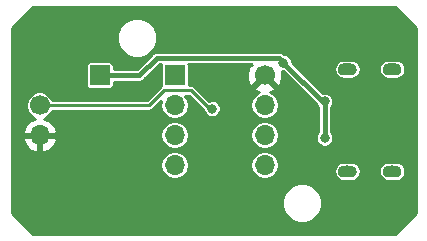
<source format=gbr>
G04 #@! TF.GenerationSoftware,KiCad,Pcbnew,5.0.2+dfsg1-1*
G04 #@! TF.CreationDate,2021-01-04T01:24:12+01:00*
G04 #@! TF.ProjectId,tester,74657374-6572-42e6-9b69-6361645f7063,rev?*
G04 #@! TF.SameCoordinates,Original*
G04 #@! TF.FileFunction,Copper,L2,Bot*
G04 #@! TF.FilePolarity,Positive*
%FSLAX46Y46*%
G04 Gerber Fmt 4.6, Leading zero omitted, Abs format (unit mm)*
G04 Created by KiCad (PCBNEW 5.0.2+dfsg1-1) date Mon 04 Jan 2021 01:24:12 AM CET*
%MOMM*%
%LPD*%
G01*
G04 APERTURE LIST*
G04 #@! TA.AperFunction,Conductor*
%ADD10C,0.100000*%
G04 #@! TD*
G04 #@! TA.AperFunction,ComponentPad*
%ADD11C,1.000000*%
G04 #@! TD*
G04 #@! TA.AperFunction,ComponentPad*
%ADD12C,1.700000*%
G04 #@! TD*
G04 #@! TA.AperFunction,ComponentPad*
%ADD13O,1.700000X1.700000*%
G04 #@! TD*
G04 #@! TA.AperFunction,ComponentPad*
%ADD14R,1.700000X1.700000*%
G04 #@! TD*
G04 #@! TA.AperFunction,ViaPad*
%ADD15C,0.800000*%
G04 #@! TD*
G04 #@! TA.AperFunction,Conductor*
%ADD16C,0.400000*%
G04 #@! TD*
G04 #@! TA.AperFunction,Conductor*
%ADD17C,0.250000*%
G04 #@! TD*
G04 #@! TA.AperFunction,Conductor*
%ADD18C,0.254000*%
G04 #@! TD*
G04 APERTURE END LIST*
D10*
G04 #@! TO.N,N/C*
G04 #@! TO.C,J1*
G36*
X14954009Y-3822407D02*
X15002545Y-3829606D01*
X15050142Y-3841529D01*
X15096342Y-3858059D01*
X15140698Y-3879038D01*
X15182785Y-3904264D01*
X15222197Y-3933494D01*
X15258553Y-3966446D01*
X15291505Y-4002802D01*
X15320735Y-4042214D01*
X15345961Y-4084301D01*
X15366940Y-4128657D01*
X15383470Y-4174857D01*
X15395393Y-4222454D01*
X15402592Y-4270990D01*
X15405000Y-4319999D01*
X15405000Y-4320001D01*
X15402592Y-4369010D01*
X15395393Y-4417546D01*
X15383470Y-4465143D01*
X15366940Y-4511343D01*
X15345961Y-4555699D01*
X15320735Y-4597786D01*
X15291505Y-4637198D01*
X15258553Y-4673554D01*
X15222197Y-4706506D01*
X15182785Y-4735736D01*
X15140698Y-4760962D01*
X15096342Y-4781941D01*
X15050142Y-4798471D01*
X15002545Y-4810394D01*
X14954009Y-4817593D01*
X14905000Y-4820001D01*
X14305000Y-4820001D01*
X14255991Y-4817593D01*
X14207455Y-4810394D01*
X14159858Y-4798471D01*
X14113658Y-4781941D01*
X14069302Y-4760962D01*
X14027215Y-4735736D01*
X13987803Y-4706506D01*
X13951447Y-4673554D01*
X13918495Y-4637198D01*
X13889265Y-4597786D01*
X13864039Y-4555699D01*
X13843060Y-4511343D01*
X13826530Y-4465143D01*
X13814607Y-4417546D01*
X13807408Y-4369010D01*
X13805000Y-4320001D01*
X13805000Y-4319999D01*
X13807408Y-4270990D01*
X13814607Y-4222454D01*
X13826530Y-4174857D01*
X13843060Y-4128657D01*
X13864039Y-4084301D01*
X13889265Y-4042214D01*
X13918495Y-4002802D01*
X13951447Y-3966446D01*
X13987803Y-3933494D01*
X14027215Y-3904264D01*
X14069302Y-3879038D01*
X14113658Y-3858059D01*
X14159858Y-3841529D01*
X14207455Y-3829606D01*
X14255991Y-3822407D01*
X14305000Y-3819999D01*
X14905000Y-3819999D01*
X14954009Y-3822407D01*
X14954009Y-3822407D01*
G37*
D11*
G04 #@! TD*
G04 #@! TO.P,J1,1*
G04 #@! TO.N,N/C*
X14605000Y-4320000D03*
D10*
G04 #@! TO.N,N/C*
G04 #@! TO.C,J1*
G36*
X14954009Y4817593D02*
X15002545Y4810394D01*
X15050142Y4798471D01*
X15096342Y4781941D01*
X15140698Y4760962D01*
X15182785Y4735736D01*
X15222197Y4706506D01*
X15258553Y4673554D01*
X15291505Y4637198D01*
X15320735Y4597786D01*
X15345961Y4555699D01*
X15366940Y4511343D01*
X15383470Y4465143D01*
X15395393Y4417546D01*
X15402592Y4369010D01*
X15405000Y4320001D01*
X15405000Y4319999D01*
X15402592Y4270990D01*
X15395393Y4222454D01*
X15383470Y4174857D01*
X15366940Y4128657D01*
X15345961Y4084301D01*
X15320735Y4042214D01*
X15291505Y4002802D01*
X15258553Y3966446D01*
X15222197Y3933494D01*
X15182785Y3904264D01*
X15140698Y3879038D01*
X15096342Y3858059D01*
X15050142Y3841529D01*
X15002545Y3829606D01*
X14954009Y3822407D01*
X14905000Y3819999D01*
X14305000Y3819999D01*
X14255991Y3822407D01*
X14207455Y3829606D01*
X14159858Y3841529D01*
X14113658Y3858059D01*
X14069302Y3879038D01*
X14027215Y3904264D01*
X13987803Y3933494D01*
X13951447Y3966446D01*
X13918495Y4002802D01*
X13889265Y4042214D01*
X13864039Y4084301D01*
X13843060Y4128657D01*
X13826530Y4174857D01*
X13814607Y4222454D01*
X13807408Y4270990D01*
X13805000Y4319999D01*
X13805000Y4320001D01*
X13807408Y4369010D01*
X13814607Y4417546D01*
X13826530Y4465143D01*
X13843060Y4511343D01*
X13864039Y4555699D01*
X13889265Y4597786D01*
X13918495Y4637198D01*
X13951447Y4673554D01*
X13987803Y4706506D01*
X14027215Y4735736D01*
X14069302Y4760962D01*
X14113658Y4781941D01*
X14159858Y4798471D01*
X14207455Y4810394D01*
X14255991Y4817593D01*
X14305000Y4820001D01*
X14905000Y4820001D01*
X14954009Y4817593D01*
X14954009Y4817593D01*
G37*
D11*
G04 #@! TD*
G04 #@! TO.P,J1,1*
G04 #@! TO.N,N/C*
X14605000Y4320000D03*
D10*
G04 #@! TO.N,N/C*
G04 #@! TO.C,J1*
G36*
X11154009Y4817593D02*
X11202545Y4810394D01*
X11250142Y4798471D01*
X11296342Y4781941D01*
X11340698Y4760962D01*
X11382785Y4735736D01*
X11422197Y4706506D01*
X11458553Y4673554D01*
X11491505Y4637198D01*
X11520735Y4597786D01*
X11545961Y4555699D01*
X11566940Y4511343D01*
X11583470Y4465143D01*
X11595393Y4417546D01*
X11602592Y4369010D01*
X11605000Y4320001D01*
X11605000Y4319999D01*
X11602592Y4270990D01*
X11595393Y4222454D01*
X11583470Y4174857D01*
X11566940Y4128657D01*
X11545961Y4084301D01*
X11520735Y4042214D01*
X11491505Y4002802D01*
X11458553Y3966446D01*
X11422197Y3933494D01*
X11382785Y3904264D01*
X11340698Y3879038D01*
X11296342Y3858059D01*
X11250142Y3841529D01*
X11202545Y3829606D01*
X11154009Y3822407D01*
X11105000Y3819999D01*
X10505000Y3819999D01*
X10455991Y3822407D01*
X10407455Y3829606D01*
X10359858Y3841529D01*
X10313658Y3858059D01*
X10269302Y3879038D01*
X10227215Y3904264D01*
X10187803Y3933494D01*
X10151447Y3966446D01*
X10118495Y4002802D01*
X10089265Y4042214D01*
X10064039Y4084301D01*
X10043060Y4128657D01*
X10026530Y4174857D01*
X10014607Y4222454D01*
X10007408Y4270990D01*
X10005000Y4319999D01*
X10005000Y4320001D01*
X10007408Y4369010D01*
X10014607Y4417546D01*
X10026530Y4465143D01*
X10043060Y4511343D01*
X10064039Y4555699D01*
X10089265Y4597786D01*
X10118495Y4637198D01*
X10151447Y4673554D01*
X10187803Y4706506D01*
X10227215Y4735736D01*
X10269302Y4760962D01*
X10313658Y4781941D01*
X10359858Y4798471D01*
X10407455Y4810394D01*
X10455991Y4817593D01*
X10505000Y4820001D01*
X11105000Y4820001D01*
X11154009Y4817593D01*
X11154009Y4817593D01*
G37*
D11*
G04 #@! TD*
G04 #@! TO.P,J1,1*
G04 #@! TO.N,N/C*
X10805000Y4320000D03*
D10*
G04 #@! TO.N,N/C*
G04 #@! TO.C,J1*
G36*
X11154009Y-3822407D02*
X11202545Y-3829606D01*
X11250142Y-3841529D01*
X11296342Y-3858059D01*
X11340698Y-3879038D01*
X11382785Y-3904264D01*
X11422197Y-3933494D01*
X11458553Y-3966446D01*
X11491505Y-4002802D01*
X11520735Y-4042214D01*
X11545961Y-4084301D01*
X11566940Y-4128657D01*
X11583470Y-4174857D01*
X11595393Y-4222454D01*
X11602592Y-4270990D01*
X11605000Y-4319999D01*
X11605000Y-4320001D01*
X11602592Y-4369010D01*
X11595393Y-4417546D01*
X11583470Y-4465143D01*
X11566940Y-4511343D01*
X11545961Y-4555699D01*
X11520735Y-4597786D01*
X11491505Y-4637198D01*
X11458553Y-4673554D01*
X11422197Y-4706506D01*
X11382785Y-4735736D01*
X11340698Y-4760962D01*
X11296342Y-4781941D01*
X11250142Y-4798471D01*
X11202545Y-4810394D01*
X11154009Y-4817593D01*
X11105000Y-4820001D01*
X10505000Y-4820001D01*
X10455991Y-4817593D01*
X10407455Y-4810394D01*
X10359858Y-4798471D01*
X10313658Y-4781941D01*
X10269302Y-4760962D01*
X10227215Y-4735736D01*
X10187803Y-4706506D01*
X10151447Y-4673554D01*
X10118495Y-4637198D01*
X10089265Y-4597786D01*
X10064039Y-4555699D01*
X10043060Y-4511343D01*
X10026530Y-4465143D01*
X10014607Y-4417546D01*
X10007408Y-4369010D01*
X10005000Y-4320001D01*
X10005000Y-4319999D01*
X10007408Y-4270990D01*
X10014607Y-4222454D01*
X10026530Y-4174857D01*
X10043060Y-4128657D01*
X10064039Y-4084301D01*
X10089265Y-4042214D01*
X10118495Y-4002802D01*
X10151447Y-3966446D01*
X10187803Y-3933494D01*
X10227215Y-3904264D01*
X10269302Y-3879038D01*
X10313658Y-3858059D01*
X10359858Y-3841529D01*
X10407455Y-3829606D01*
X10455991Y-3822407D01*
X10505000Y-3819999D01*
X11105000Y-3819999D01*
X11154009Y-3822407D01*
X11154009Y-3822407D01*
G37*
D11*
G04 #@! TD*
G04 #@! TO.P,J1,1*
G04 #@! TO.N,N/C*
X10805000Y-4320000D03*
D12*
G04 #@! TO.P,J3,1*
G04 #@! TO.N,Net-(J3-Pad1)*
X-15240000Y1270000D03*
D13*
G04 #@! TO.P,J3,2*
G04 #@! TO.N,GND*
X-15240000Y-1270000D03*
G04 #@! TD*
D14*
G04 #@! TO.P,J2,1*
G04 #@! TO.N,VCC*
X-10160000Y3810000D03*
G04 #@! TD*
G04 #@! TO.P,J5,1*
G04 #@! TO.N,3V3*
X-3810000Y3810000D03*
D13*
G04 #@! TO.P,J5,2*
G04 #@! TO.N,Net-(J5-Pad2)*
X-3810000Y1270000D03*
G04 #@! TO.P,J5,3*
G04 #@! TO.N,Net-(J5-Pad3)*
X-3810000Y-1270000D03*
G04 #@! TO.P,J5,4*
G04 #@! TO.N,Net-(J5-Pad4)*
X-3810000Y-3810000D03*
G04 #@! TD*
G04 #@! TO.P,J4,4*
G04 #@! TO.N,Net-(J4-Pad4)*
X3810000Y-3810000D03*
G04 #@! TO.P,J4,3*
G04 #@! TO.N,Net-(J4-Pad3)*
X3810000Y-1270000D03*
G04 #@! TO.P,J4,2*
G04 #@! TO.N,Net-(J3-Pad1)*
X3810000Y1270000D03*
D12*
G04 #@! TO.P,J4,1*
G04 #@! TO.N,GND*
X3810000Y3810000D03*
G04 #@! TD*
D15*
G04 #@! TO.N,VCC*
X5400000Y4900000D03*
X8900000Y1600000D03*
X8900000Y-1500000D03*
G04 #@! TO.N,Net-(J3-Pad1)*
X-635000Y1000000D03*
G04 #@! TD*
D16*
G04 #@! TO.N,VCC*
X5400000Y4900000D02*
X8700000Y1600000D01*
X8700000Y1600000D02*
X8900000Y1600000D01*
X8900000Y1600000D02*
X8900000Y1034315D01*
X8900000Y1034315D02*
X8900000Y-1500000D01*
X5000001Y5299999D02*
X5400000Y4900000D01*
X-10160000Y3810000D02*
X-6790000Y3810000D01*
X-5300001Y5299999D02*
X5000001Y5299999D01*
X-6790000Y3810000D02*
X-5300001Y5299999D01*
D17*
G04 #@! TO.N,Net-(J3-Pad1)*
X-15240000Y1270000D02*
X-5969000Y1270000D01*
X-2413000Y2540000D02*
X-635000Y762000D01*
X-4699000Y2540000D02*
X-2413000Y2540000D01*
X-5969000Y1270000D02*
X-4699000Y2540000D01*
G04 #@! TD*
D18*
G04 #@! TO.N,GND*
G36*
X16598000Y7833486D02*
X16598001Y-7833485D01*
X14833487Y-9598000D01*
X-15833486Y-9598000D01*
X-17598000Y-7833487D01*
X-17598000Y-6666424D01*
X5323000Y-6666424D01*
X5323000Y-7333576D01*
X5578308Y-7949944D01*
X6050056Y-8421692D01*
X6666424Y-8677000D01*
X7333576Y-8677000D01*
X7949944Y-8421692D01*
X8421692Y-7949944D01*
X8677000Y-7333576D01*
X8677000Y-6666424D01*
X8421692Y-6050056D01*
X7949944Y-5578308D01*
X7333576Y-5323000D01*
X6666424Y-5323000D01*
X6050056Y-5578308D01*
X5578308Y-6050056D01*
X5323000Y-6666424D01*
X-17598000Y-6666424D01*
X-17598000Y-3810000D01*
X-5010058Y-3810000D01*
X-4918709Y-4269242D01*
X-4658569Y-4658569D01*
X-4269242Y-4918709D01*
X-3925920Y-4987000D01*
X-3694080Y-4987000D01*
X-3350758Y-4918709D01*
X-2961431Y-4658569D01*
X-2701291Y-4269242D01*
X-2609942Y-3810000D01*
X2609942Y-3810000D01*
X2701291Y-4269242D01*
X2961431Y-4658569D01*
X3350758Y-4918709D01*
X3694080Y-4987000D01*
X3925920Y-4987000D01*
X4269242Y-4918709D01*
X4658569Y-4658569D01*
X4884794Y-4319999D01*
X9671594Y-4319999D01*
X9671594Y-4320001D01*
X9735033Y-4638932D01*
X9915693Y-4909308D01*
X10186069Y-5089968D01*
X10505000Y-5153407D01*
X11105000Y-5153407D01*
X11423931Y-5089968D01*
X11694307Y-4909308D01*
X11874967Y-4638932D01*
X11938406Y-4320001D01*
X11938406Y-4319999D01*
X13471594Y-4319999D01*
X13471594Y-4320001D01*
X13535033Y-4638932D01*
X13715693Y-4909308D01*
X13986069Y-5089968D01*
X14305000Y-5153407D01*
X14905000Y-5153407D01*
X15223931Y-5089968D01*
X15494307Y-4909308D01*
X15674967Y-4638932D01*
X15738406Y-4320001D01*
X15738406Y-4319999D01*
X15674967Y-4001068D01*
X15494307Y-3730692D01*
X15223931Y-3550032D01*
X14905000Y-3486593D01*
X14305000Y-3486593D01*
X13986069Y-3550032D01*
X13715693Y-3730692D01*
X13535033Y-4001068D01*
X13471594Y-4319999D01*
X11938406Y-4319999D01*
X11874967Y-4001068D01*
X11694307Y-3730692D01*
X11423931Y-3550032D01*
X11105000Y-3486593D01*
X10505000Y-3486593D01*
X10186069Y-3550032D01*
X9915693Y-3730692D01*
X9735033Y-4001068D01*
X9671594Y-4319999D01*
X4884794Y-4319999D01*
X4918709Y-4269242D01*
X5010058Y-3810000D01*
X4918709Y-3350758D01*
X4658569Y-2961431D01*
X4269242Y-2701291D01*
X3925920Y-2633000D01*
X3694080Y-2633000D01*
X3350758Y-2701291D01*
X2961431Y-2961431D01*
X2701291Y-3350758D01*
X2609942Y-3810000D01*
X-2609942Y-3810000D01*
X-2701291Y-3350758D01*
X-2961431Y-2961431D01*
X-3350758Y-2701291D01*
X-3694080Y-2633000D01*
X-3925920Y-2633000D01*
X-4269242Y-2701291D01*
X-4658569Y-2961431D01*
X-4918709Y-3350758D01*
X-5010058Y-3810000D01*
X-17598000Y-3810000D01*
X-17598000Y-1626890D01*
X-16681476Y-1626890D01*
X-16511645Y-2036924D01*
X-16121358Y-2465183D01*
X-15596892Y-2711486D01*
X-15367000Y-2590819D01*
X-15367000Y-1397000D01*
X-15113000Y-1397000D01*
X-15113000Y-2590819D01*
X-14883108Y-2711486D01*
X-14358642Y-2465183D01*
X-13968355Y-2036924D01*
X-13798524Y-1626890D01*
X-13919845Y-1397000D01*
X-15113000Y-1397000D01*
X-15367000Y-1397000D01*
X-16560155Y-1397000D01*
X-16681476Y-1626890D01*
X-17598000Y-1626890D01*
X-17598000Y-1270000D01*
X-5010058Y-1270000D01*
X-4918709Y-1729242D01*
X-4658569Y-2118569D01*
X-4269242Y-2378709D01*
X-3925920Y-2447000D01*
X-3694080Y-2447000D01*
X-3350758Y-2378709D01*
X-2961431Y-2118569D01*
X-2701291Y-1729242D01*
X-2609942Y-1270000D01*
X2609942Y-1270000D01*
X2701291Y-1729242D01*
X2961431Y-2118569D01*
X3350758Y-2378709D01*
X3694080Y-2447000D01*
X3925920Y-2447000D01*
X4269242Y-2378709D01*
X4658569Y-2118569D01*
X4918709Y-1729242D01*
X5010058Y-1270000D01*
X4918709Y-810758D01*
X4658569Y-421431D01*
X4269242Y-161291D01*
X3925920Y-93000D01*
X3694080Y-93000D01*
X3350758Y-161291D01*
X2961431Y-421431D01*
X2701291Y-810758D01*
X2609942Y-1270000D01*
X-2609942Y-1270000D01*
X-2701291Y-810758D01*
X-2961431Y-421431D01*
X-3350758Y-161291D01*
X-3694080Y-93000D01*
X-3925920Y-93000D01*
X-4269242Y-161291D01*
X-4658569Y-421431D01*
X-4918709Y-810758D01*
X-5010058Y-1270000D01*
X-17598000Y-1270000D01*
X-17598000Y-913110D01*
X-16681476Y-913110D01*
X-16560155Y-1143000D01*
X-15367000Y-1143000D01*
X-15367000Y-1123000D01*
X-15113000Y-1123000D01*
X-15113000Y-1143000D01*
X-13919845Y-1143000D01*
X-13798524Y-913110D01*
X-13968355Y-503076D01*
X-14358642Y-74817D01*
X-14851844Y156804D01*
X-14573283Y272187D01*
X-14242187Y603283D01*
X-14153249Y818000D01*
X-6013518Y818000D01*
X-5969000Y809145D01*
X-5924482Y818000D01*
X-5792638Y844225D01*
X-5643126Y944126D01*
X-5617907Y981869D01*
X-4930671Y1669104D01*
X-5010058Y1270000D01*
X-4918709Y810758D01*
X-4658569Y421431D01*
X-4269242Y161291D01*
X-3925920Y93000D01*
X-3694080Y93000D01*
X-3350758Y161291D01*
X-2961431Y421431D01*
X-2701291Y810758D01*
X-2609942Y1270000D01*
X-2701291Y1729242D01*
X-2941005Y2088000D01*
X-2600224Y2088000D01*
X-1358029Y845804D01*
X-1251321Y588187D01*
X-1046813Y383679D01*
X-779609Y273000D01*
X-490391Y273000D01*
X-223187Y383679D01*
X-18679Y588187D01*
X92000Y855391D01*
X92000Y1144609D01*
X40062Y1270000D01*
X2609942Y1270000D01*
X2701291Y810758D01*
X2961431Y421431D01*
X3350758Y161291D01*
X3694080Y93000D01*
X3925920Y93000D01*
X4269242Y161291D01*
X4658569Y421431D01*
X4918709Y810758D01*
X5010058Y1270000D01*
X4918709Y1729242D01*
X4658569Y2118569D01*
X4269242Y2378709D01*
X4266829Y2379189D01*
X4594080Y2514741D01*
X4674353Y2766042D01*
X3810000Y3630395D01*
X2945647Y2766042D01*
X3025920Y2514741D01*
X3383154Y2385153D01*
X3350758Y2378709D01*
X2961431Y2118569D01*
X2701291Y1729242D01*
X2609942Y1270000D01*
X40062Y1270000D01*
X-18679Y1411813D01*
X-223187Y1616321D01*
X-490391Y1727000D01*
X-779609Y1727000D01*
X-907713Y1673938D01*
X-2061907Y2828131D01*
X-2087126Y2865874D01*
X-2236638Y2965775D01*
X-2368482Y2992000D01*
X-2413000Y3000855D01*
X-2457518Y2992000D01*
X-2626594Y2992000D01*
X-2626594Y4660000D01*
X-2649071Y4772999D01*
X2667393Y4772999D01*
X2766040Y4674352D01*
X2514741Y4594080D01*
X2313282Y4038721D01*
X2339685Y3448542D01*
X2514741Y3025920D01*
X2766042Y2945647D01*
X3630395Y3810000D01*
X3616253Y3824143D01*
X3795858Y4003748D01*
X3810000Y3989605D01*
X3824143Y4003748D01*
X4003748Y3824143D01*
X3989605Y3810000D01*
X4853958Y2945647D01*
X5105259Y3025920D01*
X5306718Y3581279D01*
X5280315Y4171458D01*
X5279676Y4173000D01*
X5381710Y4173000D01*
X8225101Y1329608D01*
X8283679Y1188187D01*
X8373000Y1098866D01*
X8373000Y1086217D01*
X8373001Y-998865D01*
X8283679Y-1088187D01*
X8173000Y-1355391D01*
X8173000Y-1644609D01*
X8283679Y-1911813D01*
X8488187Y-2116321D01*
X8755391Y-2227000D01*
X9044609Y-2227000D01*
X9311813Y-2116321D01*
X9516321Y-1911813D01*
X9627000Y-1644609D01*
X9627000Y-1355391D01*
X9516321Y-1088187D01*
X9427000Y-998866D01*
X9427000Y1098866D01*
X9516321Y1188187D01*
X9627000Y1455391D01*
X9627000Y1744609D01*
X9516321Y2011813D01*
X9311813Y2216321D01*
X9044609Y2327000D01*
X8755391Y2327000D01*
X8729157Y2316134D01*
X6725290Y4320001D01*
X9671594Y4320001D01*
X9671594Y4319999D01*
X9735033Y4001068D01*
X9915693Y3730692D01*
X10186069Y3550032D01*
X10505000Y3486593D01*
X11105000Y3486593D01*
X11423931Y3550032D01*
X11694307Y3730692D01*
X11874967Y4001068D01*
X11938406Y4319999D01*
X11938406Y4320001D01*
X13471594Y4320001D01*
X13471594Y4319999D01*
X13535033Y4001068D01*
X13715693Y3730692D01*
X13986069Y3550032D01*
X14305000Y3486593D01*
X14905000Y3486593D01*
X15223931Y3550032D01*
X15494307Y3730692D01*
X15674967Y4001068D01*
X15738406Y4319999D01*
X15738406Y4320001D01*
X15674967Y4638932D01*
X15494307Y4909308D01*
X15223931Y5089968D01*
X14905000Y5153407D01*
X14305000Y5153407D01*
X13986069Y5089968D01*
X13715693Y4909308D01*
X13535033Y4638932D01*
X13471594Y4320001D01*
X11938406Y4320001D01*
X11874967Y4638932D01*
X11694307Y4909308D01*
X11423931Y5089968D01*
X11105000Y5153407D01*
X10505000Y5153407D01*
X10186069Y5089968D01*
X9915693Y4909308D01*
X9735033Y4638932D01*
X9671594Y4320001D01*
X6725290Y4320001D01*
X6127000Y4918290D01*
X6127000Y5044609D01*
X6016321Y5311813D01*
X5811813Y5516321D01*
X5544609Y5627000D01*
X5418290Y5627000D01*
X5409346Y5635944D01*
X5379946Y5679944D01*
X5205626Y5796422D01*
X5051904Y5826999D01*
X5051899Y5826999D01*
X5000001Y5837322D01*
X4948103Y5826999D01*
X-5248102Y5826999D01*
X-5300001Y5837322D01*
X-5351900Y5826999D01*
X-5351904Y5826999D01*
X-5473614Y5802790D01*
X-5505627Y5796422D01*
X-5635946Y5709345D01*
X-5635949Y5709342D01*
X-5679946Y5679944D01*
X-5709344Y5635946D01*
X-7008290Y4337000D01*
X-8976594Y4337000D01*
X-8976594Y4660000D01*
X-9001973Y4787589D01*
X-9074246Y4895754D01*
X-9182411Y4968027D01*
X-9310000Y4993406D01*
X-11010000Y4993406D01*
X-11137589Y4968027D01*
X-11245754Y4895754D01*
X-11318027Y4787589D01*
X-11343406Y4660000D01*
X-11343406Y2960000D01*
X-11318027Y2832411D01*
X-11245754Y2724246D01*
X-11137589Y2651973D01*
X-11010000Y2626594D01*
X-9310000Y2626594D01*
X-9182411Y2651973D01*
X-9074246Y2724246D01*
X-9001973Y2832411D01*
X-8976594Y2960000D01*
X-8976594Y3283000D01*
X-6841898Y3283000D01*
X-6790000Y3272677D01*
X-6738102Y3283000D01*
X-6738097Y3283000D01*
X-6584375Y3313577D01*
X-6410055Y3430055D01*
X-6380655Y3474055D01*
X-5081710Y4772999D01*
X-4970929Y4772999D01*
X-4993406Y4660000D01*
X-4993406Y2960000D01*
X-4980571Y2895476D01*
X-5024874Y2865874D01*
X-5050091Y2828133D01*
X-6156224Y1722000D01*
X-14153249Y1722000D01*
X-14242187Y1936717D01*
X-14573283Y2267813D01*
X-15005880Y2447000D01*
X-15474120Y2447000D01*
X-15906717Y2267813D01*
X-16237813Y1936717D01*
X-16417000Y1504120D01*
X-16417000Y1035880D01*
X-16237813Y603283D01*
X-15906717Y272187D01*
X-15628156Y156804D01*
X-16121358Y-74817D01*
X-16511645Y-503076D01*
X-16681476Y-913110D01*
X-17598000Y-913110D01*
X-17598000Y7333576D01*
X-8677000Y7333576D01*
X-8677000Y6666424D01*
X-8421692Y6050056D01*
X-7949944Y5578308D01*
X-7333576Y5323000D01*
X-6666424Y5323000D01*
X-6050056Y5578308D01*
X-5578308Y6050056D01*
X-5323000Y6666424D01*
X-5323000Y7333576D01*
X-5578308Y7949944D01*
X-6050056Y8421692D01*
X-6666424Y8677000D01*
X-7333576Y8677000D01*
X-7949944Y8421692D01*
X-8421692Y7949944D01*
X-8677000Y7333576D01*
X-17598000Y7333576D01*
X-17598000Y7833487D01*
X-15833486Y9598000D01*
X14833487Y9598000D01*
X16598000Y7833486D01*
X16598000Y7833486D01*
G37*
X16598000Y7833486D02*
X16598001Y-7833485D01*
X14833487Y-9598000D01*
X-15833486Y-9598000D01*
X-17598000Y-7833487D01*
X-17598000Y-6666424D01*
X5323000Y-6666424D01*
X5323000Y-7333576D01*
X5578308Y-7949944D01*
X6050056Y-8421692D01*
X6666424Y-8677000D01*
X7333576Y-8677000D01*
X7949944Y-8421692D01*
X8421692Y-7949944D01*
X8677000Y-7333576D01*
X8677000Y-6666424D01*
X8421692Y-6050056D01*
X7949944Y-5578308D01*
X7333576Y-5323000D01*
X6666424Y-5323000D01*
X6050056Y-5578308D01*
X5578308Y-6050056D01*
X5323000Y-6666424D01*
X-17598000Y-6666424D01*
X-17598000Y-3810000D01*
X-5010058Y-3810000D01*
X-4918709Y-4269242D01*
X-4658569Y-4658569D01*
X-4269242Y-4918709D01*
X-3925920Y-4987000D01*
X-3694080Y-4987000D01*
X-3350758Y-4918709D01*
X-2961431Y-4658569D01*
X-2701291Y-4269242D01*
X-2609942Y-3810000D01*
X2609942Y-3810000D01*
X2701291Y-4269242D01*
X2961431Y-4658569D01*
X3350758Y-4918709D01*
X3694080Y-4987000D01*
X3925920Y-4987000D01*
X4269242Y-4918709D01*
X4658569Y-4658569D01*
X4884794Y-4319999D01*
X9671594Y-4319999D01*
X9671594Y-4320001D01*
X9735033Y-4638932D01*
X9915693Y-4909308D01*
X10186069Y-5089968D01*
X10505000Y-5153407D01*
X11105000Y-5153407D01*
X11423931Y-5089968D01*
X11694307Y-4909308D01*
X11874967Y-4638932D01*
X11938406Y-4320001D01*
X11938406Y-4319999D01*
X13471594Y-4319999D01*
X13471594Y-4320001D01*
X13535033Y-4638932D01*
X13715693Y-4909308D01*
X13986069Y-5089968D01*
X14305000Y-5153407D01*
X14905000Y-5153407D01*
X15223931Y-5089968D01*
X15494307Y-4909308D01*
X15674967Y-4638932D01*
X15738406Y-4320001D01*
X15738406Y-4319999D01*
X15674967Y-4001068D01*
X15494307Y-3730692D01*
X15223931Y-3550032D01*
X14905000Y-3486593D01*
X14305000Y-3486593D01*
X13986069Y-3550032D01*
X13715693Y-3730692D01*
X13535033Y-4001068D01*
X13471594Y-4319999D01*
X11938406Y-4319999D01*
X11874967Y-4001068D01*
X11694307Y-3730692D01*
X11423931Y-3550032D01*
X11105000Y-3486593D01*
X10505000Y-3486593D01*
X10186069Y-3550032D01*
X9915693Y-3730692D01*
X9735033Y-4001068D01*
X9671594Y-4319999D01*
X4884794Y-4319999D01*
X4918709Y-4269242D01*
X5010058Y-3810000D01*
X4918709Y-3350758D01*
X4658569Y-2961431D01*
X4269242Y-2701291D01*
X3925920Y-2633000D01*
X3694080Y-2633000D01*
X3350758Y-2701291D01*
X2961431Y-2961431D01*
X2701291Y-3350758D01*
X2609942Y-3810000D01*
X-2609942Y-3810000D01*
X-2701291Y-3350758D01*
X-2961431Y-2961431D01*
X-3350758Y-2701291D01*
X-3694080Y-2633000D01*
X-3925920Y-2633000D01*
X-4269242Y-2701291D01*
X-4658569Y-2961431D01*
X-4918709Y-3350758D01*
X-5010058Y-3810000D01*
X-17598000Y-3810000D01*
X-17598000Y-1626890D01*
X-16681476Y-1626890D01*
X-16511645Y-2036924D01*
X-16121358Y-2465183D01*
X-15596892Y-2711486D01*
X-15367000Y-2590819D01*
X-15367000Y-1397000D01*
X-15113000Y-1397000D01*
X-15113000Y-2590819D01*
X-14883108Y-2711486D01*
X-14358642Y-2465183D01*
X-13968355Y-2036924D01*
X-13798524Y-1626890D01*
X-13919845Y-1397000D01*
X-15113000Y-1397000D01*
X-15367000Y-1397000D01*
X-16560155Y-1397000D01*
X-16681476Y-1626890D01*
X-17598000Y-1626890D01*
X-17598000Y-1270000D01*
X-5010058Y-1270000D01*
X-4918709Y-1729242D01*
X-4658569Y-2118569D01*
X-4269242Y-2378709D01*
X-3925920Y-2447000D01*
X-3694080Y-2447000D01*
X-3350758Y-2378709D01*
X-2961431Y-2118569D01*
X-2701291Y-1729242D01*
X-2609942Y-1270000D01*
X2609942Y-1270000D01*
X2701291Y-1729242D01*
X2961431Y-2118569D01*
X3350758Y-2378709D01*
X3694080Y-2447000D01*
X3925920Y-2447000D01*
X4269242Y-2378709D01*
X4658569Y-2118569D01*
X4918709Y-1729242D01*
X5010058Y-1270000D01*
X4918709Y-810758D01*
X4658569Y-421431D01*
X4269242Y-161291D01*
X3925920Y-93000D01*
X3694080Y-93000D01*
X3350758Y-161291D01*
X2961431Y-421431D01*
X2701291Y-810758D01*
X2609942Y-1270000D01*
X-2609942Y-1270000D01*
X-2701291Y-810758D01*
X-2961431Y-421431D01*
X-3350758Y-161291D01*
X-3694080Y-93000D01*
X-3925920Y-93000D01*
X-4269242Y-161291D01*
X-4658569Y-421431D01*
X-4918709Y-810758D01*
X-5010058Y-1270000D01*
X-17598000Y-1270000D01*
X-17598000Y-913110D01*
X-16681476Y-913110D01*
X-16560155Y-1143000D01*
X-15367000Y-1143000D01*
X-15367000Y-1123000D01*
X-15113000Y-1123000D01*
X-15113000Y-1143000D01*
X-13919845Y-1143000D01*
X-13798524Y-913110D01*
X-13968355Y-503076D01*
X-14358642Y-74817D01*
X-14851844Y156804D01*
X-14573283Y272187D01*
X-14242187Y603283D01*
X-14153249Y818000D01*
X-6013518Y818000D01*
X-5969000Y809145D01*
X-5924482Y818000D01*
X-5792638Y844225D01*
X-5643126Y944126D01*
X-5617907Y981869D01*
X-4930671Y1669104D01*
X-5010058Y1270000D01*
X-4918709Y810758D01*
X-4658569Y421431D01*
X-4269242Y161291D01*
X-3925920Y93000D01*
X-3694080Y93000D01*
X-3350758Y161291D01*
X-2961431Y421431D01*
X-2701291Y810758D01*
X-2609942Y1270000D01*
X-2701291Y1729242D01*
X-2941005Y2088000D01*
X-2600224Y2088000D01*
X-1358029Y845804D01*
X-1251321Y588187D01*
X-1046813Y383679D01*
X-779609Y273000D01*
X-490391Y273000D01*
X-223187Y383679D01*
X-18679Y588187D01*
X92000Y855391D01*
X92000Y1144609D01*
X40062Y1270000D01*
X2609942Y1270000D01*
X2701291Y810758D01*
X2961431Y421431D01*
X3350758Y161291D01*
X3694080Y93000D01*
X3925920Y93000D01*
X4269242Y161291D01*
X4658569Y421431D01*
X4918709Y810758D01*
X5010058Y1270000D01*
X4918709Y1729242D01*
X4658569Y2118569D01*
X4269242Y2378709D01*
X4266829Y2379189D01*
X4594080Y2514741D01*
X4674353Y2766042D01*
X3810000Y3630395D01*
X2945647Y2766042D01*
X3025920Y2514741D01*
X3383154Y2385153D01*
X3350758Y2378709D01*
X2961431Y2118569D01*
X2701291Y1729242D01*
X2609942Y1270000D01*
X40062Y1270000D01*
X-18679Y1411813D01*
X-223187Y1616321D01*
X-490391Y1727000D01*
X-779609Y1727000D01*
X-907713Y1673938D01*
X-2061907Y2828131D01*
X-2087126Y2865874D01*
X-2236638Y2965775D01*
X-2368482Y2992000D01*
X-2413000Y3000855D01*
X-2457518Y2992000D01*
X-2626594Y2992000D01*
X-2626594Y4660000D01*
X-2649071Y4772999D01*
X2667393Y4772999D01*
X2766040Y4674352D01*
X2514741Y4594080D01*
X2313282Y4038721D01*
X2339685Y3448542D01*
X2514741Y3025920D01*
X2766042Y2945647D01*
X3630395Y3810000D01*
X3616253Y3824143D01*
X3795858Y4003748D01*
X3810000Y3989605D01*
X3824143Y4003748D01*
X4003748Y3824143D01*
X3989605Y3810000D01*
X4853958Y2945647D01*
X5105259Y3025920D01*
X5306718Y3581279D01*
X5280315Y4171458D01*
X5279676Y4173000D01*
X5381710Y4173000D01*
X8225101Y1329608D01*
X8283679Y1188187D01*
X8373000Y1098866D01*
X8373000Y1086217D01*
X8373001Y-998865D01*
X8283679Y-1088187D01*
X8173000Y-1355391D01*
X8173000Y-1644609D01*
X8283679Y-1911813D01*
X8488187Y-2116321D01*
X8755391Y-2227000D01*
X9044609Y-2227000D01*
X9311813Y-2116321D01*
X9516321Y-1911813D01*
X9627000Y-1644609D01*
X9627000Y-1355391D01*
X9516321Y-1088187D01*
X9427000Y-998866D01*
X9427000Y1098866D01*
X9516321Y1188187D01*
X9627000Y1455391D01*
X9627000Y1744609D01*
X9516321Y2011813D01*
X9311813Y2216321D01*
X9044609Y2327000D01*
X8755391Y2327000D01*
X8729157Y2316134D01*
X6725290Y4320001D01*
X9671594Y4320001D01*
X9671594Y4319999D01*
X9735033Y4001068D01*
X9915693Y3730692D01*
X10186069Y3550032D01*
X10505000Y3486593D01*
X11105000Y3486593D01*
X11423931Y3550032D01*
X11694307Y3730692D01*
X11874967Y4001068D01*
X11938406Y4319999D01*
X11938406Y4320001D01*
X13471594Y4320001D01*
X13471594Y4319999D01*
X13535033Y4001068D01*
X13715693Y3730692D01*
X13986069Y3550032D01*
X14305000Y3486593D01*
X14905000Y3486593D01*
X15223931Y3550032D01*
X15494307Y3730692D01*
X15674967Y4001068D01*
X15738406Y4319999D01*
X15738406Y4320001D01*
X15674967Y4638932D01*
X15494307Y4909308D01*
X15223931Y5089968D01*
X14905000Y5153407D01*
X14305000Y5153407D01*
X13986069Y5089968D01*
X13715693Y4909308D01*
X13535033Y4638932D01*
X13471594Y4320001D01*
X11938406Y4320001D01*
X11874967Y4638932D01*
X11694307Y4909308D01*
X11423931Y5089968D01*
X11105000Y5153407D01*
X10505000Y5153407D01*
X10186069Y5089968D01*
X9915693Y4909308D01*
X9735033Y4638932D01*
X9671594Y4320001D01*
X6725290Y4320001D01*
X6127000Y4918290D01*
X6127000Y5044609D01*
X6016321Y5311813D01*
X5811813Y5516321D01*
X5544609Y5627000D01*
X5418290Y5627000D01*
X5409346Y5635944D01*
X5379946Y5679944D01*
X5205626Y5796422D01*
X5051904Y5826999D01*
X5051899Y5826999D01*
X5000001Y5837322D01*
X4948103Y5826999D01*
X-5248102Y5826999D01*
X-5300001Y5837322D01*
X-5351900Y5826999D01*
X-5351904Y5826999D01*
X-5473614Y5802790D01*
X-5505627Y5796422D01*
X-5635946Y5709345D01*
X-5635949Y5709342D01*
X-5679946Y5679944D01*
X-5709344Y5635946D01*
X-7008290Y4337000D01*
X-8976594Y4337000D01*
X-8976594Y4660000D01*
X-9001973Y4787589D01*
X-9074246Y4895754D01*
X-9182411Y4968027D01*
X-9310000Y4993406D01*
X-11010000Y4993406D01*
X-11137589Y4968027D01*
X-11245754Y4895754D01*
X-11318027Y4787589D01*
X-11343406Y4660000D01*
X-11343406Y2960000D01*
X-11318027Y2832411D01*
X-11245754Y2724246D01*
X-11137589Y2651973D01*
X-11010000Y2626594D01*
X-9310000Y2626594D01*
X-9182411Y2651973D01*
X-9074246Y2724246D01*
X-9001973Y2832411D01*
X-8976594Y2960000D01*
X-8976594Y3283000D01*
X-6841898Y3283000D01*
X-6790000Y3272677D01*
X-6738102Y3283000D01*
X-6738097Y3283000D01*
X-6584375Y3313577D01*
X-6410055Y3430055D01*
X-6380655Y3474055D01*
X-5081710Y4772999D01*
X-4970929Y4772999D01*
X-4993406Y4660000D01*
X-4993406Y2960000D01*
X-4980571Y2895476D01*
X-5024874Y2865874D01*
X-5050091Y2828133D01*
X-6156224Y1722000D01*
X-14153249Y1722000D01*
X-14242187Y1936717D01*
X-14573283Y2267813D01*
X-15005880Y2447000D01*
X-15474120Y2447000D01*
X-15906717Y2267813D01*
X-16237813Y1936717D01*
X-16417000Y1504120D01*
X-16417000Y1035880D01*
X-16237813Y603283D01*
X-15906717Y272187D01*
X-15628156Y156804D01*
X-16121358Y-74817D01*
X-16511645Y-503076D01*
X-16681476Y-913110D01*
X-17598000Y-913110D01*
X-17598000Y7333576D01*
X-8677000Y7333576D01*
X-8677000Y6666424D01*
X-8421692Y6050056D01*
X-7949944Y5578308D01*
X-7333576Y5323000D01*
X-6666424Y5323000D01*
X-6050056Y5578308D01*
X-5578308Y6050056D01*
X-5323000Y6666424D01*
X-5323000Y7333576D01*
X-5578308Y7949944D01*
X-6050056Y8421692D01*
X-6666424Y8677000D01*
X-7333576Y8677000D01*
X-7949944Y8421692D01*
X-8421692Y7949944D01*
X-8677000Y7333576D01*
X-17598000Y7333576D01*
X-17598000Y7833487D01*
X-15833486Y9598000D01*
X14833487Y9598000D01*
X16598000Y7833486D01*
G04 #@! TD*
M02*

</source>
